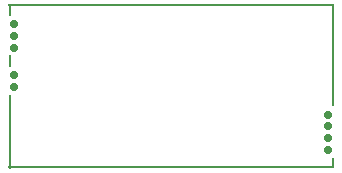
<source format=gbl>
G04 #@! TF.GenerationSoftware,KiCad,Pcbnew,8.0.9-8.0.9-0~ubuntu24.04.1*
G04 #@! TF.CreationDate,2025-03-28T05:24:46+00:00*
G04 #@! TF.ProjectId,adapterboard,61646170-7465-4726-926f-6172642e6b69,rev?*
G04 #@! TF.SameCoordinates,Original*
G04 #@! TF.FileFunction,Copper,L4,Bot*
G04 #@! TF.FilePolarity,Positive*
%FSLAX46Y46*%
G04 Gerber Fmt 4.6, Leading zero omitted, Abs format (unit mm)*
G04 Created by KiCad (PCBNEW 8.0.9-8.0.9-0~ubuntu24.04.1) date 2025-03-28 05:24:46*
%MOMM*%
%LPD*%
G01*
G04 APERTURE LIST*
G04 #@! TA.AperFunction,ComponentPad*
%ADD10C,0.700000*%
G04 #@! TD*
G04 #@! TA.AperFunction,SMDPad,CuDef*
%ADD11R,0.250000X1.100000*%
G04 #@! TD*
G04 #@! TA.AperFunction,SMDPad,CuDef*
%ADD12R,0.250000X0.980000*%
G04 #@! TD*
G04 #@! TA.AperFunction,SMDPad,CuDef*
%ADD13R,0.250000X6.300000*%
G04 #@! TD*
G04 #@! TA.AperFunction,SMDPad,CuDef*
%ADD14R,27.600000X0.250000*%
G04 #@! TD*
G04 #@! TA.AperFunction,SMDPad,CuDef*
%ADD15R,0.250000X8.750000*%
G04 #@! TD*
G04 #@! TA.AperFunction,SMDPad,CuDef*
%ADD16R,0.250000X0.950000*%
G04 #@! TD*
G04 APERTURE END LIST*
D10*
G04 #@! TO.P,M1,E1,LSU_Un*
G04 #@! TO.N,unconnected-(M1-LSU_Un-PadE1)*
X28395000Y2785000D03*
G04 #@! TO.P,M1,E2,LSU_Vm*
G04 #@! TO.N,unconnected-(M1-LSU_Vm-PadE2)*
X28395000Y5785000D03*
G04 #@! TO.P,M1,E3,LSU_Ip*
G04 #@! TO.N,unconnected-(M1-LSU_Ip-PadE3)*
X28395000Y4785000D03*
G04 #@! TO.P,M1,E4,LSU_Rtrim*
G04 #@! TO.N,unconnected-(M1-LSU_Rtrim-PadE4)*
X28395000Y3785000D03*
D11*
G04 #@! TO.P,M1,G,GND*
G04 #@! TO.N,unconnected-(M1-GND-PadG)*
X1420000Y14635000D03*
D12*
X1420000Y10295000D03*
D13*
X1420000Y4335000D03*
D14*
X15095000Y15060000D03*
X15095000Y1310000D03*
D15*
X28770000Y10810000D03*
D16*
X28770000Y1660000D03*
D10*
G04 #@! TO.P,M1,W1,V5_IN*
G04 #@! TO.N,unconnected-(M1-V5_IN-PadW1)*
X1803800Y12435000D03*
G04 #@! TO.P,M1,W2,CAN_VIO*
G04 #@! TO.N,unconnected-(M1-CAN_VIO-PadW2)*
X1803800Y11435000D03*
G04 #@! TO.P,M1,W3,CANL*
G04 #@! TO.N,unconnected-(M1-CANL-PadW3)*
X1803800Y8139000D03*
G04 #@! TO.P,M1,W4,CANH*
G04 #@! TO.N,unconnected-(M1-CANH-PadW4)*
X1803800Y9155000D03*
G04 #@! TO.P,M1,W9,VDDA*
G04 #@! TO.N,unconnected-(M1-VDDA-PadW9)*
X1803800Y13435000D03*
G04 #@! TD*
M02*

</source>
